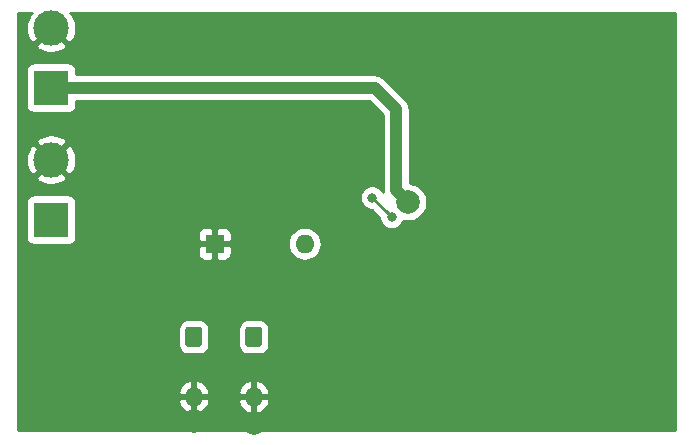
<source format=gbr>
G04 #@! TF.GenerationSoftware,KiCad,Pcbnew,(5.1.4)-1*
G04 #@! TF.CreationDate,2020-04-09T16:08:48+02:00*
G04 #@! TF.ProjectId,PIN_NiklasNachbau,50494e5f-4e69-46b6-9c61-734e61636862,rev?*
G04 #@! TF.SameCoordinates,Original*
G04 #@! TF.FileFunction,Copper,L2,Bot*
G04 #@! TF.FilePolarity,Positive*
%FSLAX46Y46*%
G04 Gerber Fmt 4.6, Leading zero omitted, Abs format (unit mm)*
G04 Created by KiCad (PCBNEW (5.1.4)-1) date 2020-04-09 16:08:48*
%MOMM*%
%LPD*%
G04 APERTURE LIST*
%ADD10C,3.000000*%
%ADD11R,3.000000X3.000000*%
%ADD12O,1.600000X1.600000*%
%ADD13R,1.600000X1.600000*%
%ADD14C,0.100000*%
%ADD15C,1.400000*%
%ADD16O,1.400000X1.700000*%
%ADD17C,2.000000*%
%ADD18C,0.800000*%
%ADD19C,0.250000*%
%ADD20C,1.000000*%
%ADD21C,0.254000*%
G04 APERTURE END LIST*
D10*
X105006000Y-53533000D03*
D11*
X105006000Y-58613000D03*
D10*
X105006000Y-64709000D03*
D11*
X105006000Y-69789000D03*
D12*
X126469000Y-71821000D03*
D13*
X118849000Y-71821000D03*
D14*
G36*
X117546226Y-78846200D02*
G01*
X117570417Y-78849788D01*
X117594139Y-78855730D01*
X117617165Y-78863969D01*
X117639272Y-78874425D01*
X117660248Y-78886998D01*
X117679891Y-78901566D01*
X117698011Y-78917989D01*
X117714434Y-78936109D01*
X117729002Y-78955752D01*
X117741575Y-78976728D01*
X117752031Y-78998835D01*
X117760270Y-79021861D01*
X117766212Y-79045583D01*
X117769800Y-79069774D01*
X117771000Y-79094200D01*
X117771000Y-80295800D01*
X117769800Y-80320226D01*
X117766212Y-80344417D01*
X117760270Y-80368139D01*
X117752031Y-80391165D01*
X117741575Y-80413272D01*
X117729002Y-80434248D01*
X117714434Y-80453891D01*
X117698011Y-80472011D01*
X117679891Y-80488434D01*
X117660248Y-80503002D01*
X117639272Y-80515575D01*
X117617165Y-80526031D01*
X117594139Y-80534270D01*
X117570417Y-80540212D01*
X117546226Y-80543800D01*
X117521800Y-80545000D01*
X116620200Y-80545000D01*
X116595774Y-80543800D01*
X116571583Y-80540212D01*
X116547861Y-80534270D01*
X116524835Y-80526031D01*
X116502728Y-80515575D01*
X116481752Y-80503002D01*
X116462109Y-80488434D01*
X116443989Y-80472011D01*
X116427566Y-80453891D01*
X116412998Y-80434248D01*
X116400425Y-80413272D01*
X116389969Y-80391165D01*
X116381730Y-80368139D01*
X116375788Y-80344417D01*
X116372200Y-80320226D01*
X116371000Y-80295800D01*
X116371000Y-79094200D01*
X116372200Y-79069774D01*
X116375788Y-79045583D01*
X116381730Y-79021861D01*
X116389969Y-78998835D01*
X116400425Y-78976728D01*
X116412998Y-78955752D01*
X116427566Y-78936109D01*
X116443989Y-78917989D01*
X116462109Y-78901566D01*
X116481752Y-78886998D01*
X116502728Y-78874425D01*
X116524835Y-78863969D01*
X116547861Y-78855730D01*
X116571583Y-78849788D01*
X116595774Y-78846200D01*
X116620200Y-78845000D01*
X117521800Y-78845000D01*
X117546226Y-78846200D01*
X117546226Y-78846200D01*
G37*
D15*
X117071000Y-79695000D03*
D16*
X117071000Y-84775000D03*
D14*
G36*
X122626226Y-78846200D02*
G01*
X122650417Y-78849788D01*
X122674139Y-78855730D01*
X122697165Y-78863969D01*
X122719272Y-78874425D01*
X122740248Y-78886998D01*
X122759891Y-78901566D01*
X122778011Y-78917989D01*
X122794434Y-78936109D01*
X122809002Y-78955752D01*
X122821575Y-78976728D01*
X122832031Y-78998835D01*
X122840270Y-79021861D01*
X122846212Y-79045583D01*
X122849800Y-79069774D01*
X122851000Y-79094200D01*
X122851000Y-80295800D01*
X122849800Y-80320226D01*
X122846212Y-80344417D01*
X122840270Y-80368139D01*
X122832031Y-80391165D01*
X122821575Y-80413272D01*
X122809002Y-80434248D01*
X122794434Y-80453891D01*
X122778011Y-80472011D01*
X122759891Y-80488434D01*
X122740248Y-80503002D01*
X122719272Y-80515575D01*
X122697165Y-80526031D01*
X122674139Y-80534270D01*
X122650417Y-80540212D01*
X122626226Y-80543800D01*
X122601800Y-80545000D01*
X121700200Y-80545000D01*
X121675774Y-80543800D01*
X121651583Y-80540212D01*
X121627861Y-80534270D01*
X121604835Y-80526031D01*
X121582728Y-80515575D01*
X121561752Y-80503002D01*
X121542109Y-80488434D01*
X121523989Y-80472011D01*
X121507566Y-80453891D01*
X121492998Y-80434248D01*
X121480425Y-80413272D01*
X121469969Y-80391165D01*
X121461730Y-80368139D01*
X121455788Y-80344417D01*
X121452200Y-80320226D01*
X121451000Y-80295800D01*
X121451000Y-79094200D01*
X121452200Y-79069774D01*
X121455788Y-79045583D01*
X121461730Y-79021861D01*
X121469969Y-78998835D01*
X121480425Y-78976728D01*
X121492998Y-78955752D01*
X121507566Y-78936109D01*
X121523989Y-78917989D01*
X121542109Y-78901566D01*
X121561752Y-78886998D01*
X121582728Y-78874425D01*
X121604835Y-78863969D01*
X121627861Y-78855730D01*
X121651583Y-78849788D01*
X121675774Y-78846200D01*
X121700200Y-78845000D01*
X122601800Y-78845000D01*
X122626226Y-78846200D01*
X122626226Y-78846200D01*
G37*
D15*
X122151000Y-79695000D03*
D16*
X122151000Y-84775000D03*
D17*
X135222000Y-68293000D03*
X128999000Y-74770000D03*
X110594000Y-53533000D03*
X110594000Y-64709000D03*
X111092000Y-72738000D03*
X118849000Y-69535000D03*
X117061000Y-86835000D03*
X122141000Y-86962000D03*
X153774000Y-77663000D03*
X136375000Y-74996000D03*
X148440000Y-76139000D03*
D18*
X133825000Y-69563000D03*
X132174000Y-67912000D03*
D19*
X133825000Y-69563000D02*
X133425001Y-69163001D01*
X133425001Y-69163001D02*
X132174000Y-67912000D01*
X132174000Y-67912000D02*
X132174000Y-67912000D01*
D20*
X134222001Y-67293001D02*
X134222001Y-60435001D01*
X135222000Y-68293000D02*
X134222001Y-67293001D01*
X132400000Y-58613000D02*
X105006000Y-58613000D01*
X134222001Y-60435001D02*
X132400000Y-58613000D01*
D21*
G36*
X103198786Y-52376962D02*
G01*
X103007980Y-52751745D01*
X102893956Y-53156551D01*
X102861098Y-53575824D01*
X102910666Y-53993451D01*
X103040757Y-54393383D01*
X103198786Y-54689038D01*
X103514347Y-54845048D01*
X104826395Y-53533000D01*
X104812253Y-53518858D01*
X104991858Y-53339253D01*
X105006000Y-53353395D01*
X105020143Y-53339253D01*
X105199748Y-53518858D01*
X105185605Y-53533000D01*
X106497653Y-54845048D01*
X106813214Y-54689038D01*
X107004020Y-54314255D01*
X107118044Y-53909449D01*
X107150902Y-53490176D01*
X107101334Y-53072549D01*
X106971243Y-52672617D01*
X106813214Y-52376962D01*
X106639339Y-52291000D01*
X157828000Y-52291000D01*
X157828000Y-87597000D01*
X102202000Y-87597000D01*
X102202000Y-85111294D01*
X115747759Y-85111294D01*
X115809529Y-85365866D01*
X115919777Y-85603496D01*
X116074265Y-85815051D01*
X116267057Y-85992402D01*
X116490744Y-86128734D01*
X116737671Y-86217716D01*
X116944000Y-86094374D01*
X116944000Y-84902000D01*
X117198000Y-84902000D01*
X117198000Y-86094374D01*
X117404329Y-86217716D01*
X117651256Y-86128734D01*
X117874943Y-85992402D01*
X118067735Y-85815051D01*
X118222223Y-85603496D01*
X118332471Y-85365866D01*
X118394241Y-85111294D01*
X120827759Y-85111294D01*
X120889529Y-85365866D01*
X120999777Y-85603496D01*
X121154265Y-85815051D01*
X121347057Y-85992402D01*
X121570744Y-86128734D01*
X121817671Y-86217716D01*
X122024000Y-86094374D01*
X122024000Y-84902000D01*
X122278000Y-84902000D01*
X122278000Y-86094374D01*
X122484329Y-86217716D01*
X122731256Y-86128734D01*
X122954943Y-85992402D01*
X123147735Y-85815051D01*
X123302223Y-85603496D01*
X123412471Y-85365866D01*
X123474241Y-85111294D01*
X123328343Y-84902000D01*
X122278000Y-84902000D01*
X122024000Y-84902000D01*
X120973657Y-84902000D01*
X120827759Y-85111294D01*
X118394241Y-85111294D01*
X118248343Y-84902000D01*
X117198000Y-84902000D01*
X116944000Y-84902000D01*
X115893657Y-84902000D01*
X115747759Y-85111294D01*
X102202000Y-85111294D01*
X102202000Y-84438706D01*
X115747759Y-84438706D01*
X115893657Y-84648000D01*
X116944000Y-84648000D01*
X116944000Y-83455626D01*
X117198000Y-83455626D01*
X117198000Y-84648000D01*
X118248343Y-84648000D01*
X118394241Y-84438706D01*
X120827759Y-84438706D01*
X120973657Y-84648000D01*
X122024000Y-84648000D01*
X122024000Y-83455626D01*
X122278000Y-83455626D01*
X122278000Y-84648000D01*
X123328343Y-84648000D01*
X123474241Y-84438706D01*
X123412471Y-84184134D01*
X123302223Y-83946504D01*
X123147735Y-83734949D01*
X122954943Y-83557598D01*
X122731256Y-83421266D01*
X122484329Y-83332284D01*
X122278000Y-83455626D01*
X122024000Y-83455626D01*
X121817671Y-83332284D01*
X121570744Y-83421266D01*
X121347057Y-83557598D01*
X121154265Y-83734949D01*
X120999777Y-83946504D01*
X120889529Y-84184134D01*
X120827759Y-84438706D01*
X118394241Y-84438706D01*
X118332471Y-84184134D01*
X118222223Y-83946504D01*
X118067735Y-83734949D01*
X117874943Y-83557598D01*
X117651256Y-83421266D01*
X117404329Y-83332284D01*
X117198000Y-83455626D01*
X116944000Y-83455626D01*
X116737671Y-83332284D01*
X116490744Y-83421266D01*
X116267057Y-83557598D01*
X116074265Y-83734949D01*
X115919777Y-83946504D01*
X115809529Y-84184134D01*
X115747759Y-84438706D01*
X102202000Y-84438706D01*
X102202000Y-79094200D01*
X115732928Y-79094200D01*
X115732928Y-80295800D01*
X115749977Y-80468898D01*
X115800468Y-80635344D01*
X115882460Y-80788742D01*
X115992804Y-80923196D01*
X116127258Y-81033540D01*
X116280656Y-81115532D01*
X116447102Y-81166023D01*
X116620200Y-81183072D01*
X117521800Y-81183072D01*
X117694898Y-81166023D01*
X117861344Y-81115532D01*
X118014742Y-81033540D01*
X118149196Y-80923196D01*
X118259540Y-80788742D01*
X118341532Y-80635344D01*
X118392023Y-80468898D01*
X118409072Y-80295800D01*
X118409072Y-79094200D01*
X120812928Y-79094200D01*
X120812928Y-80295800D01*
X120829977Y-80468898D01*
X120880468Y-80635344D01*
X120962460Y-80788742D01*
X121072804Y-80923196D01*
X121207258Y-81033540D01*
X121360656Y-81115532D01*
X121527102Y-81166023D01*
X121700200Y-81183072D01*
X122601800Y-81183072D01*
X122774898Y-81166023D01*
X122941344Y-81115532D01*
X123094742Y-81033540D01*
X123229196Y-80923196D01*
X123339540Y-80788742D01*
X123421532Y-80635344D01*
X123472023Y-80468898D01*
X123489072Y-80295800D01*
X123489072Y-79094200D01*
X123472023Y-78921102D01*
X123421532Y-78754656D01*
X123339540Y-78601258D01*
X123229196Y-78466804D01*
X123094742Y-78356460D01*
X122941344Y-78274468D01*
X122774898Y-78223977D01*
X122601800Y-78206928D01*
X121700200Y-78206928D01*
X121527102Y-78223977D01*
X121360656Y-78274468D01*
X121207258Y-78356460D01*
X121072804Y-78466804D01*
X120962460Y-78601258D01*
X120880468Y-78754656D01*
X120829977Y-78921102D01*
X120812928Y-79094200D01*
X118409072Y-79094200D01*
X118392023Y-78921102D01*
X118341532Y-78754656D01*
X118259540Y-78601258D01*
X118149196Y-78466804D01*
X118014742Y-78356460D01*
X117861344Y-78274468D01*
X117694898Y-78223977D01*
X117521800Y-78206928D01*
X116620200Y-78206928D01*
X116447102Y-78223977D01*
X116280656Y-78274468D01*
X116127258Y-78356460D01*
X115992804Y-78466804D01*
X115882460Y-78601258D01*
X115800468Y-78754656D01*
X115749977Y-78921102D01*
X115732928Y-79094200D01*
X102202000Y-79094200D01*
X102202000Y-72621000D01*
X117410928Y-72621000D01*
X117423188Y-72745482D01*
X117459498Y-72865180D01*
X117518463Y-72975494D01*
X117597815Y-73072185D01*
X117694506Y-73151537D01*
X117804820Y-73210502D01*
X117924518Y-73246812D01*
X118049000Y-73259072D01*
X118563250Y-73256000D01*
X118722000Y-73097250D01*
X118722000Y-71948000D01*
X118976000Y-71948000D01*
X118976000Y-73097250D01*
X119134750Y-73256000D01*
X119649000Y-73259072D01*
X119773482Y-73246812D01*
X119893180Y-73210502D01*
X120003494Y-73151537D01*
X120100185Y-73072185D01*
X120179537Y-72975494D01*
X120238502Y-72865180D01*
X120274812Y-72745482D01*
X120287072Y-72621000D01*
X120284000Y-72106750D01*
X120125250Y-71948000D01*
X118976000Y-71948000D01*
X118722000Y-71948000D01*
X117572750Y-71948000D01*
X117414000Y-72106750D01*
X117410928Y-72621000D01*
X102202000Y-72621000D01*
X102202000Y-68289000D01*
X102867928Y-68289000D01*
X102867928Y-71289000D01*
X102880188Y-71413482D01*
X102916498Y-71533180D01*
X102975463Y-71643494D01*
X103054815Y-71740185D01*
X103151506Y-71819537D01*
X103261820Y-71878502D01*
X103381518Y-71914812D01*
X103506000Y-71927072D01*
X106506000Y-71927072D01*
X106630482Y-71914812D01*
X106750180Y-71878502D01*
X106857756Y-71821000D01*
X125027057Y-71821000D01*
X125054764Y-72102309D01*
X125136818Y-72372808D01*
X125270068Y-72622101D01*
X125449392Y-72840608D01*
X125667899Y-73019932D01*
X125917192Y-73153182D01*
X126187691Y-73235236D01*
X126398508Y-73256000D01*
X126539492Y-73256000D01*
X126750309Y-73235236D01*
X127020808Y-73153182D01*
X127270101Y-73019932D01*
X127488608Y-72840608D01*
X127667932Y-72622101D01*
X127801182Y-72372808D01*
X127883236Y-72102309D01*
X127910943Y-71821000D01*
X127883236Y-71539691D01*
X127801182Y-71269192D01*
X127667932Y-71019899D01*
X127488608Y-70801392D01*
X127270101Y-70622068D01*
X127020808Y-70488818D01*
X126750309Y-70406764D01*
X126539492Y-70386000D01*
X126398508Y-70386000D01*
X126187691Y-70406764D01*
X125917192Y-70488818D01*
X125667899Y-70622068D01*
X125449392Y-70801392D01*
X125270068Y-71019899D01*
X125136818Y-71269192D01*
X125054764Y-71539691D01*
X125027057Y-71821000D01*
X106857756Y-71821000D01*
X106860494Y-71819537D01*
X106957185Y-71740185D01*
X107036537Y-71643494D01*
X107095502Y-71533180D01*
X107131812Y-71413482D01*
X107144072Y-71289000D01*
X107144072Y-71021000D01*
X117410928Y-71021000D01*
X117414000Y-71535250D01*
X117572750Y-71694000D01*
X118722000Y-71694000D01*
X118722000Y-70544750D01*
X118976000Y-70544750D01*
X118976000Y-71694000D01*
X120125250Y-71694000D01*
X120284000Y-71535250D01*
X120287072Y-71021000D01*
X120274812Y-70896518D01*
X120238502Y-70776820D01*
X120179537Y-70666506D01*
X120100185Y-70569815D01*
X120003494Y-70490463D01*
X119893180Y-70431498D01*
X119773482Y-70395188D01*
X119649000Y-70382928D01*
X119134750Y-70386000D01*
X118976000Y-70544750D01*
X118722000Y-70544750D01*
X118563250Y-70386000D01*
X118049000Y-70382928D01*
X117924518Y-70395188D01*
X117804820Y-70431498D01*
X117694506Y-70490463D01*
X117597815Y-70569815D01*
X117518463Y-70666506D01*
X117459498Y-70776820D01*
X117423188Y-70896518D01*
X117410928Y-71021000D01*
X107144072Y-71021000D01*
X107144072Y-68289000D01*
X107131812Y-68164518D01*
X107095502Y-68044820D01*
X107036537Y-67934506D01*
X106957185Y-67837815D01*
X106860494Y-67758463D01*
X106750180Y-67699498D01*
X106630482Y-67663188D01*
X106506000Y-67650928D01*
X103506000Y-67650928D01*
X103381518Y-67663188D01*
X103261820Y-67699498D01*
X103151506Y-67758463D01*
X103054815Y-67837815D01*
X102975463Y-67934506D01*
X102916498Y-68044820D01*
X102880188Y-68164518D01*
X102867928Y-68289000D01*
X102202000Y-68289000D01*
X102202000Y-66200653D01*
X103693952Y-66200653D01*
X103849962Y-66516214D01*
X104224745Y-66707020D01*
X104629551Y-66821044D01*
X105048824Y-66853902D01*
X105466451Y-66804334D01*
X105866383Y-66674243D01*
X106162038Y-66516214D01*
X106318048Y-66200653D01*
X105006000Y-64888605D01*
X103693952Y-66200653D01*
X102202000Y-66200653D01*
X102202000Y-64751824D01*
X102861098Y-64751824D01*
X102910666Y-65169451D01*
X103040757Y-65569383D01*
X103198786Y-65865038D01*
X103514347Y-66021048D01*
X104826395Y-64709000D01*
X105185605Y-64709000D01*
X106497653Y-66021048D01*
X106813214Y-65865038D01*
X107004020Y-65490255D01*
X107118044Y-65085449D01*
X107150902Y-64666176D01*
X107101334Y-64248549D01*
X106971243Y-63848617D01*
X106813214Y-63552962D01*
X106497653Y-63396952D01*
X105185605Y-64709000D01*
X104826395Y-64709000D01*
X103514347Y-63396952D01*
X103198786Y-63552962D01*
X103007980Y-63927745D01*
X102893956Y-64332551D01*
X102861098Y-64751824D01*
X102202000Y-64751824D01*
X102202000Y-63217347D01*
X103693952Y-63217347D01*
X105006000Y-64529395D01*
X106318048Y-63217347D01*
X106162038Y-62901786D01*
X105787255Y-62710980D01*
X105382449Y-62596956D01*
X104963176Y-62564098D01*
X104545549Y-62613666D01*
X104145617Y-62743757D01*
X103849962Y-62901786D01*
X103693952Y-63217347D01*
X102202000Y-63217347D01*
X102202000Y-57113000D01*
X102867928Y-57113000D01*
X102867928Y-60113000D01*
X102880188Y-60237482D01*
X102916498Y-60357180D01*
X102975463Y-60467494D01*
X103054815Y-60564185D01*
X103151506Y-60643537D01*
X103261820Y-60702502D01*
X103381518Y-60738812D01*
X103506000Y-60751072D01*
X106506000Y-60751072D01*
X106630482Y-60738812D01*
X106750180Y-60702502D01*
X106860494Y-60643537D01*
X106957185Y-60564185D01*
X107036537Y-60467494D01*
X107095502Y-60357180D01*
X107131812Y-60237482D01*
X107144072Y-60113000D01*
X107144072Y-59748000D01*
X131929869Y-59748000D01*
X133087002Y-60905135D01*
X133087001Y-67237249D01*
X133081510Y-67293001D01*
X133087001Y-67348752D01*
X133095121Y-67431198D01*
X133091205Y-67421744D01*
X132977937Y-67252226D01*
X132833774Y-67108063D01*
X132664256Y-66994795D01*
X132475898Y-66916774D01*
X132275939Y-66877000D01*
X132072061Y-66877000D01*
X131872102Y-66916774D01*
X131683744Y-66994795D01*
X131514226Y-67108063D01*
X131370063Y-67252226D01*
X131256795Y-67421744D01*
X131178774Y-67610102D01*
X131139000Y-67810061D01*
X131139000Y-68013939D01*
X131178774Y-68213898D01*
X131256795Y-68402256D01*
X131370063Y-68571774D01*
X131514226Y-68715937D01*
X131683744Y-68829205D01*
X131872102Y-68907226D01*
X132072061Y-68947000D01*
X132134199Y-68947000D01*
X132790000Y-69602802D01*
X132790000Y-69664939D01*
X132829774Y-69864898D01*
X132907795Y-70053256D01*
X133021063Y-70222774D01*
X133165226Y-70366937D01*
X133334744Y-70480205D01*
X133523102Y-70558226D01*
X133723061Y-70598000D01*
X133926939Y-70598000D01*
X134126898Y-70558226D01*
X134315256Y-70480205D01*
X134484774Y-70366937D01*
X134628937Y-70222774D01*
X134742205Y-70053256D01*
X134814403Y-69878956D01*
X135060967Y-69928000D01*
X135383033Y-69928000D01*
X135698912Y-69865168D01*
X135996463Y-69741918D01*
X136264252Y-69562987D01*
X136491987Y-69335252D01*
X136670918Y-69067463D01*
X136794168Y-68769912D01*
X136857000Y-68454033D01*
X136857000Y-68131967D01*
X136794168Y-67816088D01*
X136670918Y-67518537D01*
X136491987Y-67250748D01*
X136264252Y-67023013D01*
X135996463Y-66844082D01*
X135698912Y-66720832D01*
X135383033Y-66658000D01*
X135357001Y-66658000D01*
X135357001Y-60490753D01*
X135362492Y-60435001D01*
X135340578Y-60212502D01*
X135275677Y-59998554D01*
X135170285Y-59801378D01*
X135063990Y-59671857D01*
X135063988Y-59671855D01*
X135028450Y-59628552D01*
X134985147Y-59593014D01*
X133241995Y-57849864D01*
X133206449Y-57806551D01*
X133033623Y-57664716D01*
X132836447Y-57559324D01*
X132622499Y-57494423D01*
X132455752Y-57478000D01*
X132455751Y-57478000D01*
X132400000Y-57472509D01*
X132344249Y-57478000D01*
X107144072Y-57478000D01*
X107144072Y-57113000D01*
X107131812Y-56988518D01*
X107095502Y-56868820D01*
X107036537Y-56758506D01*
X106957185Y-56661815D01*
X106860494Y-56582463D01*
X106750180Y-56523498D01*
X106630482Y-56487188D01*
X106506000Y-56474928D01*
X103506000Y-56474928D01*
X103381518Y-56487188D01*
X103261820Y-56523498D01*
X103151506Y-56582463D01*
X103054815Y-56661815D01*
X102975463Y-56758506D01*
X102916498Y-56868820D01*
X102880188Y-56988518D01*
X102867928Y-57113000D01*
X102202000Y-57113000D01*
X102202000Y-55024653D01*
X103693952Y-55024653D01*
X103849962Y-55340214D01*
X104224745Y-55531020D01*
X104629551Y-55645044D01*
X105048824Y-55677902D01*
X105466451Y-55628334D01*
X105866383Y-55498243D01*
X106162038Y-55340214D01*
X106318048Y-55024653D01*
X105006000Y-53712605D01*
X103693952Y-55024653D01*
X102202000Y-55024653D01*
X102202000Y-52291000D01*
X103372661Y-52291000D01*
X103198786Y-52376962D01*
X103198786Y-52376962D01*
G37*
X103198786Y-52376962D02*
X103007980Y-52751745D01*
X102893956Y-53156551D01*
X102861098Y-53575824D01*
X102910666Y-53993451D01*
X103040757Y-54393383D01*
X103198786Y-54689038D01*
X103514347Y-54845048D01*
X104826395Y-53533000D01*
X104812253Y-53518858D01*
X104991858Y-53339253D01*
X105006000Y-53353395D01*
X105020143Y-53339253D01*
X105199748Y-53518858D01*
X105185605Y-53533000D01*
X106497653Y-54845048D01*
X106813214Y-54689038D01*
X107004020Y-54314255D01*
X107118044Y-53909449D01*
X107150902Y-53490176D01*
X107101334Y-53072549D01*
X106971243Y-52672617D01*
X106813214Y-52376962D01*
X106639339Y-52291000D01*
X157828000Y-52291000D01*
X157828000Y-87597000D01*
X102202000Y-87597000D01*
X102202000Y-85111294D01*
X115747759Y-85111294D01*
X115809529Y-85365866D01*
X115919777Y-85603496D01*
X116074265Y-85815051D01*
X116267057Y-85992402D01*
X116490744Y-86128734D01*
X116737671Y-86217716D01*
X116944000Y-86094374D01*
X116944000Y-84902000D01*
X117198000Y-84902000D01*
X117198000Y-86094374D01*
X117404329Y-86217716D01*
X117651256Y-86128734D01*
X117874943Y-85992402D01*
X118067735Y-85815051D01*
X118222223Y-85603496D01*
X118332471Y-85365866D01*
X118394241Y-85111294D01*
X120827759Y-85111294D01*
X120889529Y-85365866D01*
X120999777Y-85603496D01*
X121154265Y-85815051D01*
X121347057Y-85992402D01*
X121570744Y-86128734D01*
X121817671Y-86217716D01*
X122024000Y-86094374D01*
X122024000Y-84902000D01*
X122278000Y-84902000D01*
X122278000Y-86094374D01*
X122484329Y-86217716D01*
X122731256Y-86128734D01*
X122954943Y-85992402D01*
X123147735Y-85815051D01*
X123302223Y-85603496D01*
X123412471Y-85365866D01*
X123474241Y-85111294D01*
X123328343Y-84902000D01*
X122278000Y-84902000D01*
X122024000Y-84902000D01*
X120973657Y-84902000D01*
X120827759Y-85111294D01*
X118394241Y-85111294D01*
X118248343Y-84902000D01*
X117198000Y-84902000D01*
X116944000Y-84902000D01*
X115893657Y-84902000D01*
X115747759Y-85111294D01*
X102202000Y-85111294D01*
X102202000Y-84438706D01*
X115747759Y-84438706D01*
X115893657Y-84648000D01*
X116944000Y-84648000D01*
X116944000Y-83455626D01*
X117198000Y-83455626D01*
X117198000Y-84648000D01*
X118248343Y-84648000D01*
X118394241Y-84438706D01*
X120827759Y-84438706D01*
X120973657Y-84648000D01*
X122024000Y-84648000D01*
X122024000Y-83455626D01*
X122278000Y-83455626D01*
X122278000Y-84648000D01*
X123328343Y-84648000D01*
X123474241Y-84438706D01*
X123412471Y-84184134D01*
X123302223Y-83946504D01*
X123147735Y-83734949D01*
X122954943Y-83557598D01*
X122731256Y-83421266D01*
X122484329Y-83332284D01*
X122278000Y-83455626D01*
X122024000Y-83455626D01*
X121817671Y-83332284D01*
X121570744Y-83421266D01*
X121347057Y-83557598D01*
X121154265Y-83734949D01*
X120999777Y-83946504D01*
X120889529Y-84184134D01*
X120827759Y-84438706D01*
X118394241Y-84438706D01*
X118332471Y-84184134D01*
X118222223Y-83946504D01*
X118067735Y-83734949D01*
X117874943Y-83557598D01*
X117651256Y-83421266D01*
X117404329Y-83332284D01*
X117198000Y-83455626D01*
X116944000Y-83455626D01*
X116737671Y-83332284D01*
X116490744Y-83421266D01*
X116267057Y-83557598D01*
X116074265Y-83734949D01*
X115919777Y-83946504D01*
X115809529Y-84184134D01*
X115747759Y-84438706D01*
X102202000Y-84438706D01*
X102202000Y-79094200D01*
X115732928Y-79094200D01*
X115732928Y-80295800D01*
X115749977Y-80468898D01*
X115800468Y-80635344D01*
X115882460Y-80788742D01*
X115992804Y-80923196D01*
X116127258Y-81033540D01*
X116280656Y-81115532D01*
X116447102Y-81166023D01*
X116620200Y-81183072D01*
X117521800Y-81183072D01*
X117694898Y-81166023D01*
X117861344Y-81115532D01*
X118014742Y-81033540D01*
X118149196Y-80923196D01*
X118259540Y-80788742D01*
X118341532Y-80635344D01*
X118392023Y-80468898D01*
X118409072Y-80295800D01*
X118409072Y-79094200D01*
X120812928Y-79094200D01*
X120812928Y-80295800D01*
X120829977Y-80468898D01*
X120880468Y-80635344D01*
X120962460Y-80788742D01*
X121072804Y-80923196D01*
X121207258Y-81033540D01*
X121360656Y-81115532D01*
X121527102Y-81166023D01*
X121700200Y-81183072D01*
X122601800Y-81183072D01*
X122774898Y-81166023D01*
X122941344Y-81115532D01*
X123094742Y-81033540D01*
X123229196Y-80923196D01*
X123339540Y-80788742D01*
X123421532Y-80635344D01*
X123472023Y-80468898D01*
X123489072Y-80295800D01*
X123489072Y-79094200D01*
X123472023Y-78921102D01*
X123421532Y-78754656D01*
X123339540Y-78601258D01*
X123229196Y-78466804D01*
X123094742Y-78356460D01*
X122941344Y-78274468D01*
X122774898Y-78223977D01*
X122601800Y-78206928D01*
X121700200Y-78206928D01*
X121527102Y-78223977D01*
X121360656Y-78274468D01*
X121207258Y-78356460D01*
X121072804Y-78466804D01*
X120962460Y-78601258D01*
X120880468Y-78754656D01*
X120829977Y-78921102D01*
X120812928Y-79094200D01*
X118409072Y-79094200D01*
X118392023Y-78921102D01*
X118341532Y-78754656D01*
X118259540Y-78601258D01*
X118149196Y-78466804D01*
X118014742Y-78356460D01*
X117861344Y-78274468D01*
X117694898Y-78223977D01*
X117521800Y-78206928D01*
X116620200Y-78206928D01*
X116447102Y-78223977D01*
X116280656Y-78274468D01*
X116127258Y-78356460D01*
X115992804Y-78466804D01*
X115882460Y-78601258D01*
X115800468Y-78754656D01*
X115749977Y-78921102D01*
X115732928Y-79094200D01*
X102202000Y-79094200D01*
X102202000Y-72621000D01*
X117410928Y-72621000D01*
X117423188Y-72745482D01*
X117459498Y-72865180D01*
X117518463Y-72975494D01*
X117597815Y-73072185D01*
X117694506Y-73151537D01*
X117804820Y-73210502D01*
X117924518Y-73246812D01*
X118049000Y-73259072D01*
X118563250Y-73256000D01*
X118722000Y-73097250D01*
X118722000Y-71948000D01*
X118976000Y-71948000D01*
X118976000Y-73097250D01*
X119134750Y-73256000D01*
X119649000Y-73259072D01*
X119773482Y-73246812D01*
X119893180Y-73210502D01*
X120003494Y-73151537D01*
X120100185Y-73072185D01*
X120179537Y-72975494D01*
X120238502Y-72865180D01*
X120274812Y-72745482D01*
X120287072Y-72621000D01*
X120284000Y-72106750D01*
X120125250Y-71948000D01*
X118976000Y-71948000D01*
X118722000Y-71948000D01*
X117572750Y-71948000D01*
X117414000Y-72106750D01*
X117410928Y-72621000D01*
X102202000Y-72621000D01*
X102202000Y-68289000D01*
X102867928Y-68289000D01*
X102867928Y-71289000D01*
X102880188Y-71413482D01*
X102916498Y-71533180D01*
X102975463Y-71643494D01*
X103054815Y-71740185D01*
X103151506Y-71819537D01*
X103261820Y-71878502D01*
X103381518Y-71914812D01*
X103506000Y-71927072D01*
X106506000Y-71927072D01*
X106630482Y-71914812D01*
X106750180Y-71878502D01*
X106857756Y-71821000D01*
X125027057Y-71821000D01*
X125054764Y-72102309D01*
X125136818Y-72372808D01*
X125270068Y-72622101D01*
X125449392Y-72840608D01*
X125667899Y-73019932D01*
X125917192Y-73153182D01*
X126187691Y-73235236D01*
X126398508Y-73256000D01*
X126539492Y-73256000D01*
X126750309Y-73235236D01*
X127020808Y-73153182D01*
X127270101Y-73019932D01*
X127488608Y-72840608D01*
X127667932Y-72622101D01*
X127801182Y-72372808D01*
X127883236Y-72102309D01*
X127910943Y-71821000D01*
X127883236Y-71539691D01*
X127801182Y-71269192D01*
X127667932Y-71019899D01*
X127488608Y-70801392D01*
X127270101Y-70622068D01*
X127020808Y-70488818D01*
X126750309Y-70406764D01*
X126539492Y-70386000D01*
X126398508Y-70386000D01*
X126187691Y-70406764D01*
X125917192Y-70488818D01*
X125667899Y-70622068D01*
X125449392Y-70801392D01*
X125270068Y-71019899D01*
X125136818Y-71269192D01*
X125054764Y-71539691D01*
X125027057Y-71821000D01*
X106857756Y-71821000D01*
X106860494Y-71819537D01*
X106957185Y-71740185D01*
X107036537Y-71643494D01*
X107095502Y-71533180D01*
X107131812Y-71413482D01*
X107144072Y-71289000D01*
X107144072Y-71021000D01*
X117410928Y-71021000D01*
X117414000Y-71535250D01*
X117572750Y-71694000D01*
X118722000Y-71694000D01*
X118722000Y-70544750D01*
X118976000Y-70544750D01*
X118976000Y-71694000D01*
X120125250Y-71694000D01*
X120284000Y-71535250D01*
X120287072Y-71021000D01*
X120274812Y-70896518D01*
X120238502Y-70776820D01*
X120179537Y-70666506D01*
X120100185Y-70569815D01*
X120003494Y-70490463D01*
X119893180Y-70431498D01*
X119773482Y-70395188D01*
X119649000Y-70382928D01*
X119134750Y-70386000D01*
X118976000Y-70544750D01*
X118722000Y-70544750D01*
X118563250Y-70386000D01*
X118049000Y-70382928D01*
X117924518Y-70395188D01*
X117804820Y-70431498D01*
X117694506Y-70490463D01*
X117597815Y-70569815D01*
X117518463Y-70666506D01*
X117459498Y-70776820D01*
X117423188Y-70896518D01*
X117410928Y-71021000D01*
X107144072Y-71021000D01*
X107144072Y-68289000D01*
X107131812Y-68164518D01*
X107095502Y-68044820D01*
X107036537Y-67934506D01*
X106957185Y-67837815D01*
X106860494Y-67758463D01*
X106750180Y-67699498D01*
X106630482Y-67663188D01*
X106506000Y-67650928D01*
X103506000Y-67650928D01*
X103381518Y-67663188D01*
X103261820Y-67699498D01*
X103151506Y-67758463D01*
X103054815Y-67837815D01*
X102975463Y-67934506D01*
X102916498Y-68044820D01*
X102880188Y-68164518D01*
X102867928Y-68289000D01*
X102202000Y-68289000D01*
X102202000Y-66200653D01*
X103693952Y-66200653D01*
X103849962Y-66516214D01*
X104224745Y-66707020D01*
X104629551Y-66821044D01*
X105048824Y-66853902D01*
X105466451Y-66804334D01*
X105866383Y-66674243D01*
X106162038Y-66516214D01*
X106318048Y-66200653D01*
X105006000Y-64888605D01*
X103693952Y-66200653D01*
X102202000Y-66200653D01*
X102202000Y-64751824D01*
X102861098Y-64751824D01*
X102910666Y-65169451D01*
X103040757Y-65569383D01*
X103198786Y-65865038D01*
X103514347Y-66021048D01*
X104826395Y-64709000D01*
X105185605Y-64709000D01*
X106497653Y-66021048D01*
X106813214Y-65865038D01*
X107004020Y-65490255D01*
X107118044Y-65085449D01*
X107150902Y-64666176D01*
X107101334Y-64248549D01*
X106971243Y-63848617D01*
X106813214Y-63552962D01*
X106497653Y-63396952D01*
X105185605Y-64709000D01*
X104826395Y-64709000D01*
X103514347Y-63396952D01*
X103198786Y-63552962D01*
X103007980Y-63927745D01*
X102893956Y-64332551D01*
X102861098Y-64751824D01*
X102202000Y-64751824D01*
X102202000Y-63217347D01*
X103693952Y-63217347D01*
X105006000Y-64529395D01*
X106318048Y-63217347D01*
X106162038Y-62901786D01*
X105787255Y-62710980D01*
X105382449Y-62596956D01*
X104963176Y-62564098D01*
X104545549Y-62613666D01*
X104145617Y-62743757D01*
X103849962Y-62901786D01*
X103693952Y-63217347D01*
X102202000Y-63217347D01*
X102202000Y-57113000D01*
X102867928Y-57113000D01*
X102867928Y-60113000D01*
X102880188Y-60237482D01*
X102916498Y-60357180D01*
X102975463Y-60467494D01*
X103054815Y-60564185D01*
X103151506Y-60643537D01*
X103261820Y-60702502D01*
X103381518Y-60738812D01*
X103506000Y-60751072D01*
X106506000Y-60751072D01*
X106630482Y-60738812D01*
X106750180Y-60702502D01*
X106860494Y-60643537D01*
X106957185Y-60564185D01*
X107036537Y-60467494D01*
X107095502Y-60357180D01*
X107131812Y-60237482D01*
X107144072Y-60113000D01*
X107144072Y-59748000D01*
X131929869Y-59748000D01*
X133087002Y-60905135D01*
X133087001Y-67237249D01*
X133081510Y-67293001D01*
X133087001Y-67348752D01*
X133095121Y-67431198D01*
X133091205Y-67421744D01*
X132977937Y-67252226D01*
X132833774Y-67108063D01*
X132664256Y-66994795D01*
X132475898Y-66916774D01*
X132275939Y-66877000D01*
X132072061Y-66877000D01*
X131872102Y-66916774D01*
X131683744Y-66994795D01*
X131514226Y-67108063D01*
X131370063Y-67252226D01*
X131256795Y-67421744D01*
X131178774Y-67610102D01*
X131139000Y-67810061D01*
X131139000Y-68013939D01*
X131178774Y-68213898D01*
X131256795Y-68402256D01*
X131370063Y-68571774D01*
X131514226Y-68715937D01*
X131683744Y-68829205D01*
X131872102Y-68907226D01*
X132072061Y-68947000D01*
X132134199Y-68947000D01*
X132790000Y-69602802D01*
X132790000Y-69664939D01*
X132829774Y-69864898D01*
X132907795Y-70053256D01*
X133021063Y-70222774D01*
X133165226Y-70366937D01*
X133334744Y-70480205D01*
X133523102Y-70558226D01*
X133723061Y-70598000D01*
X133926939Y-70598000D01*
X134126898Y-70558226D01*
X134315256Y-70480205D01*
X134484774Y-70366937D01*
X134628937Y-70222774D01*
X134742205Y-70053256D01*
X134814403Y-69878956D01*
X135060967Y-69928000D01*
X135383033Y-69928000D01*
X135698912Y-69865168D01*
X135996463Y-69741918D01*
X136264252Y-69562987D01*
X136491987Y-69335252D01*
X136670918Y-69067463D01*
X136794168Y-68769912D01*
X136857000Y-68454033D01*
X136857000Y-68131967D01*
X136794168Y-67816088D01*
X136670918Y-67518537D01*
X136491987Y-67250748D01*
X136264252Y-67023013D01*
X135996463Y-66844082D01*
X135698912Y-66720832D01*
X135383033Y-66658000D01*
X135357001Y-66658000D01*
X135357001Y-60490753D01*
X135362492Y-60435001D01*
X135340578Y-60212502D01*
X135275677Y-59998554D01*
X135170285Y-59801378D01*
X135063990Y-59671857D01*
X135063988Y-59671855D01*
X135028450Y-59628552D01*
X134985147Y-59593014D01*
X133241995Y-57849864D01*
X133206449Y-57806551D01*
X133033623Y-57664716D01*
X132836447Y-57559324D01*
X132622499Y-57494423D01*
X132455752Y-57478000D01*
X132455751Y-57478000D01*
X132400000Y-57472509D01*
X132344249Y-57478000D01*
X107144072Y-57478000D01*
X107144072Y-57113000D01*
X107131812Y-56988518D01*
X107095502Y-56868820D01*
X107036537Y-56758506D01*
X106957185Y-56661815D01*
X106860494Y-56582463D01*
X106750180Y-56523498D01*
X106630482Y-56487188D01*
X106506000Y-56474928D01*
X103506000Y-56474928D01*
X103381518Y-56487188D01*
X103261820Y-56523498D01*
X103151506Y-56582463D01*
X103054815Y-56661815D01*
X102975463Y-56758506D01*
X102916498Y-56868820D01*
X102880188Y-56988518D01*
X102867928Y-57113000D01*
X102202000Y-57113000D01*
X102202000Y-55024653D01*
X103693952Y-55024653D01*
X103849962Y-55340214D01*
X104224745Y-55531020D01*
X104629551Y-55645044D01*
X105048824Y-55677902D01*
X105466451Y-55628334D01*
X105866383Y-55498243D01*
X106162038Y-55340214D01*
X106318048Y-55024653D01*
X105006000Y-53712605D01*
X103693952Y-55024653D01*
X102202000Y-55024653D01*
X102202000Y-52291000D01*
X103372661Y-52291000D01*
X103198786Y-52376962D01*
M02*

</source>
